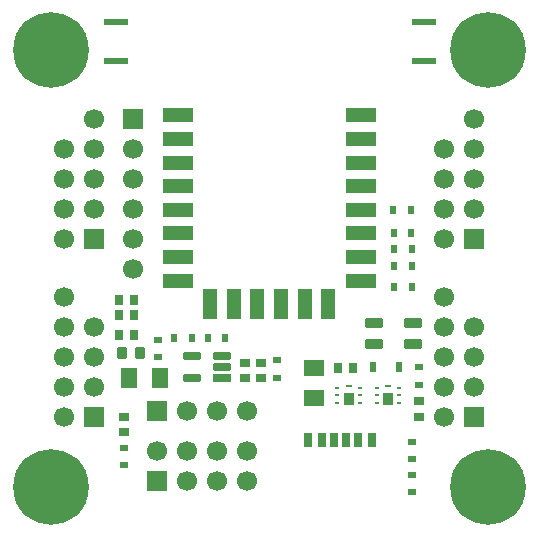
<source format=gbr>
%TF.GenerationSoftware,Altium Limited,Altium Designer,25.1.2 (22)*%
G04 Layer_Color=8421504*
%FSLAX43Y43*%
%MOMM*%
%TF.SameCoordinates,C73E9825-E1A6-41E5-9903-38CA47DD4C8D*%
%TF.FilePolarity,Positive*%
%TF.FileFunction,Paste,Top*%
%TF.Part,Single*%
G01*
G75*
%TA.AperFunction,SMDPad,CuDef*%
%ADD11R,0.500X0.800*%
G04:AMPARAMS|DCode=12|XSize=1.5mm|YSize=0.8mm|CornerRadius=0.1mm|HoleSize=0mm|Usage=FLASHONLY|Rotation=0.000|XOffset=0mm|YOffset=0mm|HoleType=Round|Shape=RoundedRectangle|*
%AMROUNDEDRECTD12*
21,1,1.500,0.600,0,0,0.0*
21,1,1.300,0.800,0,0,0.0*
1,1,0.200,0.650,-0.300*
1,1,0.200,-0.650,-0.300*
1,1,0.200,-0.650,0.300*
1,1,0.200,0.650,0.300*
%
%ADD12ROUNDEDRECTD12*%
G04:AMPARAMS|DCode=13|XSize=0.65mm|YSize=1.6mm|CornerRadius=0.114mm|HoleSize=0mm|Usage=FLASHONLY|Rotation=270.000|XOffset=0mm|YOffset=0mm|HoleType=Round|Shape=RoundedRectangle|*
%AMROUNDEDRECTD13*
21,1,0.650,1.373,0,0,270.0*
21,1,0.422,1.600,0,0,270.0*
1,1,0.228,-0.686,-0.211*
1,1,0.228,-0.686,0.211*
1,1,0.228,0.686,0.211*
1,1,0.228,0.686,-0.211*
%
%ADD13ROUNDEDRECTD13*%
%ADD14R,1.600X0.650*%
%ADD15R,2.540X1.143*%
%ADD16R,1.143X2.540*%
G04:AMPARAMS|DCode=17|XSize=0.8mm|YSize=1mm|CornerRadius=0.1mm|HoleSize=0mm|Usage=FLASHONLY|Rotation=0.000|XOffset=0mm|YOffset=0mm|HoleType=Round|Shape=RoundedRectangle|*
%AMROUNDEDRECTD17*
21,1,0.800,0.800,0,0,0.0*
21,1,0.600,1.000,0,0,0.0*
1,1,0.200,0.300,-0.400*
1,1,0.200,-0.300,-0.400*
1,1,0.200,-0.300,0.400*
1,1,0.200,0.300,0.400*
%
%ADD17ROUNDEDRECTD17*%
%ADD18R,0.800X0.900*%
%ADD19R,0.800X0.500*%
%ADD20R,1.800X1.400*%
%ADD24R,0.625X0.830*%
%ADD25R,0.700X1.200*%
%ADD26R,0.760X1.200*%
%ADD27R,0.800X1.200*%
%ADD28R,0.758X0.812*%
%ADD29R,1.400X1.800*%
%ADD30R,0.900X0.800*%
%ADD31R,2.000X0.550*%
%TA.AperFunction,ComponentPad*%
G04:AMPARAMS|DCode=39|XSize=1.7mm|YSize=1.7mm|CornerRadius=0.85mm|HoleSize=0mm|Usage=FLASHONLY|Rotation=0.000|XOffset=0mm|YOffset=0mm|HoleType=Round|Shape=RoundedRectangle|*
%AMROUNDEDRECTD39*
21,1,1.700,0.000,0,0,0.0*
21,1,0.000,1.700,0,0,0.0*
1,1,1.700,0.000,0.000*
1,1,1.700,0.000,0.000*
1,1,1.700,0.000,0.000*
1,1,1.700,0.000,0.000*
%
%ADD39ROUNDEDRECTD39*%
%ADD40C,1.700*%
%ADD41R,1.700X1.700*%
G04:AMPARAMS|DCode=42|XSize=1.7mm|YSize=1.7mm|CornerRadius=0.85mm|HoleSize=0mm|Usage=FLASHONLY|Rotation=90.000|XOffset=0mm|YOffset=0mm|HoleType=Round|Shape=RoundedRectangle|*
%AMROUNDEDRECTD42*
21,1,1.700,0.000,0,0,90.0*
21,1,0.000,1.700,0,0,90.0*
1,1,1.700,0.000,0.000*
1,1,1.700,0.000,0.000*
1,1,1.700,0.000,0.000*
1,1,1.700,0.000,0.000*
%
%ADD42ROUNDEDRECTD42*%
%ADD43R,1.700X1.700*%
%ADD45C,1.000*%
%ADD46C,6.400*%
%TA.AperFunction,NonConductor*%
%ADD55R,0.560X0.250*%
%ADD56R,0.900X1.050*%
%ADD57R,0.330X0.250*%
%ADD58R,0.330X0.250*%
D11*
X32600Y22225D02*
D03*
X34100D02*
D03*
X32600Y20457D02*
D03*
X34100D02*
D03*
X33975Y27000D02*
D03*
X32475D02*
D03*
X32550Y25075D02*
D03*
X34050D02*
D03*
X34100Y23675D02*
D03*
X32600D02*
D03*
X18293Y16150D02*
D03*
X16793D02*
D03*
X15475D02*
D03*
X13975D02*
D03*
D12*
X30860Y17415D02*
D03*
Y15635D02*
D03*
X34140D02*
D03*
Y17415D02*
D03*
D13*
X15482Y12750D02*
D03*
Y14650D02*
D03*
X17982D02*
D03*
Y13700D02*
D03*
D14*
Y12750D02*
D03*
D15*
X29761Y35000D02*
D03*
X14250Y23000D02*
D03*
Y25000D02*
D03*
Y27000D02*
D03*
Y29000D02*
D03*
Y31000D02*
D03*
Y33000D02*
D03*
Y35000D02*
D03*
X29761Y33000D02*
D03*
Y31000D02*
D03*
Y29000D02*
D03*
Y27000D02*
D03*
Y25000D02*
D03*
Y23000D02*
D03*
Y21000D02*
D03*
X14250D02*
D03*
D16*
X17000Y19000D02*
D03*
X19000D02*
D03*
X21000D02*
D03*
X23000D02*
D03*
X25000D02*
D03*
X27000D02*
D03*
D17*
X9575Y14875D02*
D03*
X11075D02*
D03*
D18*
X10575Y19375D02*
D03*
X9275D02*
D03*
X10575Y18100D02*
D03*
X9275D02*
D03*
X10575Y16425D02*
D03*
X9275D02*
D03*
D19*
X22657Y14261D02*
D03*
Y12761D02*
D03*
X9750Y6870D02*
D03*
Y5370D02*
D03*
X12575Y16000D02*
D03*
Y14500D02*
D03*
X34122Y3072D02*
D03*
Y4572D02*
D03*
X34682Y12156D02*
D03*
Y13656D02*
D03*
X34122Y7372D02*
D03*
Y5872D02*
D03*
D20*
X25825Y13650D02*
D03*
Y11050D02*
D03*
D24*
X30807Y13656D02*
D03*
X33032D02*
D03*
D25*
X28500Y7530D02*
D03*
X27500D02*
D03*
D26*
X29520D02*
D03*
X26480D02*
D03*
D27*
X30750D02*
D03*
X25250D02*
D03*
D28*
X27823Y13650D02*
D03*
X29077D02*
D03*
D29*
X12775Y12750D02*
D03*
X10175D02*
D03*
D30*
X21319Y14061D02*
D03*
Y12761D02*
D03*
X19982Y14061D02*
D03*
Y12761D02*
D03*
X34682Y10783D02*
D03*
Y9483D02*
D03*
X9750Y9500D02*
D03*
Y8200D02*
D03*
D31*
X35075Y42875D02*
D03*
Y39625D02*
D03*
X9000D02*
D03*
Y42875D02*
D03*
D39*
X39340Y17120D02*
D03*
X36800D02*
D03*
X39340Y14580D02*
D03*
Y12040D02*
D03*
X36800D02*
D03*
Y14580D02*
D03*
Y9500D02*
D03*
X10500Y29580D02*
D03*
Y32120D02*
D03*
Y21960D02*
D03*
Y24500D02*
D03*
Y27040D02*
D03*
X7200Y34660D02*
D03*
X4660Y24500D02*
D03*
X7200Y27040D02*
D03*
X4660D02*
D03*
X7200Y29580D02*
D03*
X4660D02*
D03*
X7200Y32120D02*
D03*
X4660D02*
D03*
Y9500D02*
D03*
X7200Y12040D02*
D03*
X4660D02*
D03*
X7200Y14580D02*
D03*
X4660D02*
D03*
X7200Y17120D02*
D03*
X4660D02*
D03*
Y19660D02*
D03*
X39340Y34660D02*
D03*
X36800Y24500D02*
D03*
X39340Y27040D02*
D03*
X36800D02*
D03*
X39340Y29580D02*
D03*
X36800D02*
D03*
X39340Y32120D02*
D03*
X36800D02*
D03*
D40*
Y19660D02*
D03*
D41*
X39340Y9500D02*
D03*
X10500Y34660D02*
D03*
X7200Y24500D02*
D03*
Y9500D02*
D03*
X39340Y24500D02*
D03*
D42*
X20120Y10000D02*
D03*
X17580D02*
D03*
X15040D02*
D03*
X12500Y6540D02*
D03*
X15040Y4000D02*
D03*
Y6540D02*
D03*
X17580Y4000D02*
D03*
Y6540D02*
D03*
X20120Y4000D02*
D03*
Y6540D02*
D03*
D43*
X12500Y10000D02*
D03*
Y4000D02*
D03*
D45*
X5197Y38803D02*
D03*
X5900Y40500D02*
D03*
X5197Y42197D02*
D03*
X3500Y42900D02*
D03*
X1803Y42197D02*
D03*
X1100Y40500D02*
D03*
X1803Y38803D02*
D03*
X3500Y38100D02*
D03*
X42197Y38803D02*
D03*
X42900Y40500D02*
D03*
X42197Y42197D02*
D03*
X40500Y42900D02*
D03*
X38803Y42197D02*
D03*
X38100Y40500D02*
D03*
X38803Y38803D02*
D03*
X40500Y38100D02*
D03*
X42197Y1803D02*
D03*
X42900Y3500D02*
D03*
X42197Y5197D02*
D03*
X40500Y5900D02*
D03*
X38803Y5197D02*
D03*
X38100Y3500D02*
D03*
X38803Y1803D02*
D03*
X40500Y1100D02*
D03*
X5197Y1803D02*
D03*
X5900Y3500D02*
D03*
X5197Y5197D02*
D03*
X3500Y5900D02*
D03*
X1803Y5197D02*
D03*
X1100Y3500D02*
D03*
X1803Y1803D02*
D03*
X3500Y1100D02*
D03*
D46*
Y40500D02*
D03*
X40500D02*
D03*
Y3500D02*
D03*
X3500D02*
D03*
D55*
X28722Y12075D02*
D03*
X32097D02*
D03*
D56*
X28722Y11015D02*
D03*
X32097D02*
D03*
D57*
X27787Y11950D02*
D03*
Y10650D02*
D03*
X29657Y11950D02*
D03*
Y10650D02*
D03*
X31162Y11950D02*
D03*
Y10650D02*
D03*
X33032Y11950D02*
D03*
Y10650D02*
D03*
D58*
X27787Y11300D02*
D03*
X29657D02*
D03*
X31162D02*
D03*
X33032D02*
D03*
%TF.MD5,cfca0fc24dac83148f89c4333f07ea21*%
M02*

</source>
